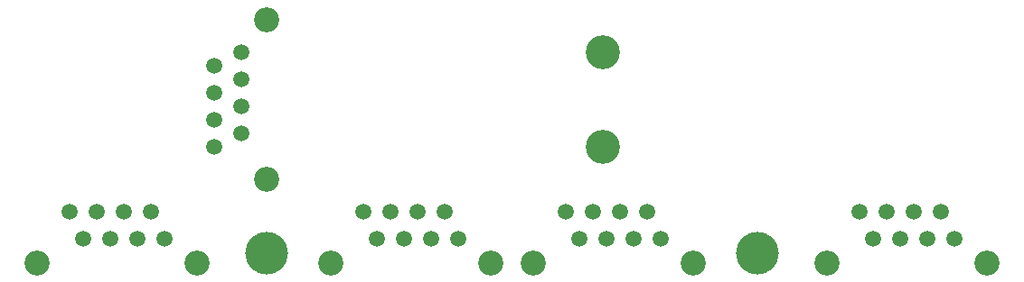
<source format=gbr>
%TF.GenerationSoftware,KiCad,Pcbnew,(6.0.11)*%
%TF.CreationDate,2024-03-01T18:21:46+00:00*%
%TF.ProjectId,BT66B_RJ45_JB,42543636-425f-4524-9a34-355f4a422e6b,rev?*%
%TF.SameCoordinates,Original*%
%TF.FileFunction,Soldermask,Bot*%
%TF.FilePolarity,Negative*%
%FSLAX46Y46*%
G04 Gerber Fmt 4.6, Leading zero omitted, Abs format (unit mm)*
G04 Created by KiCad (PCBNEW (6.0.11)) date 2024-03-01 18:21:46*
%MOMM*%
%LPD*%
G01*
G04 APERTURE LIST*
%ADD10C,3.200000*%
%ADD11C,4.000000*%
%ADD12C,2.350000*%
%ADD13C,1.500000*%
G04 APERTURE END LIST*
D10*
%TO.C,REF\u002A\u002A*%
X151892000Y-83931000D03*
%TD*%
D11*
%TO.C,H2*%
X166350000Y-102860000D03*
%TD*%
%TO.C,H1*%
X120340000Y-102860000D03*
%TD*%
D12*
%TO.C,J1*%
X98860000Y-103740000D03*
X113860000Y-103740000D03*
D13*
X110805000Y-101440000D03*
X109535000Y-98900000D03*
X108265000Y-101440000D03*
X106995000Y-98900000D03*
X105725000Y-101440000D03*
X104455000Y-98900000D03*
X103185000Y-101440000D03*
X101915000Y-98900000D03*
%TD*%
D12*
%TO.C,J5*%
X120338000Y-80876000D03*
X120338000Y-95876000D03*
D13*
X118038000Y-83931000D03*
X115498000Y-85201000D03*
X118038000Y-86471000D03*
X115498000Y-87741000D03*
X118038000Y-89011000D03*
X115498000Y-90281000D03*
X118038000Y-91551000D03*
X115498000Y-92821000D03*
%TD*%
D12*
%TO.C,J3*%
X160360000Y-103740000D03*
X145360000Y-103740000D03*
D13*
X157305000Y-101440000D03*
X156035000Y-98900000D03*
X154765000Y-101440000D03*
X153495000Y-98900000D03*
X152225000Y-101440000D03*
X150955000Y-98900000D03*
X149685000Y-101440000D03*
X148415000Y-98900000D03*
%TD*%
D12*
%TO.C,J4*%
X172860000Y-103740000D03*
X187860000Y-103740000D03*
D13*
X184805000Y-101440000D03*
X183535000Y-98900000D03*
X182265000Y-101440000D03*
X180995000Y-98900000D03*
X179725000Y-101440000D03*
X178455000Y-98900000D03*
X177185000Y-101440000D03*
X175915000Y-98900000D03*
%TD*%
D10*
%TO.C,REF\u002A\u002A*%
X151892000Y-92821000D03*
%TD*%
D12*
%TO.C,J2*%
X126360000Y-103740000D03*
X141360000Y-103740000D03*
D13*
X138305000Y-101440000D03*
X137035000Y-98900000D03*
X135765000Y-101440000D03*
X134495000Y-98900000D03*
X133225000Y-101440000D03*
X131955000Y-98900000D03*
X130685000Y-101440000D03*
X129415000Y-98900000D03*
%TD*%
M02*

</source>
